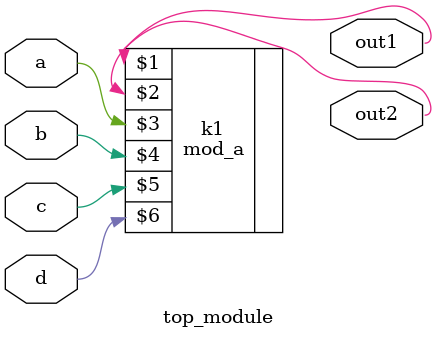
<source format=v>
module top_module ( 
    input a, 
    input b, 
    input c,
    input d,
    output out1,
    output out2
);
    mod_a k1(out1,out2,a,b,c,d);

endmodule

</source>
